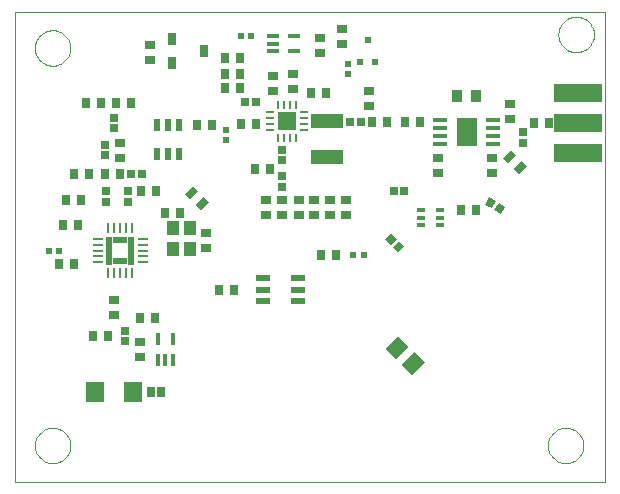
<source format=gtp>
G75*
G70*
%OFA0B0*%
%FSLAX24Y24*%
%IPPOS*%
%LPD*%
%AMOC8*
5,1,8,0,0,1.08239X$1,22.5*
%
%ADD10C,0.0000*%
%ADD11R,0.0098X0.0256*%
%ADD12R,0.0256X0.0098*%
%ADD13R,0.0630X0.0630*%
%ADD14R,0.0250X0.0370*%
%ADD15R,0.0370X0.0250*%
%ADD16R,0.0236X0.0236*%
%ADD17R,0.1063X0.0453*%
%ADD18R,0.0276X0.0256*%
%ADD19R,0.0256X0.0276*%
%ADD20R,0.0236X0.0217*%
%ADD21R,0.0394X0.0157*%
%ADD22R,0.0295X0.0394*%
%ADD23R,0.0500X0.0600*%
%ADD24R,0.1600X0.0600*%
%ADD25R,0.0236X0.0394*%
%ADD26R,0.0295X0.0157*%
%ADD27R,0.0470X0.0180*%
%ADD28R,0.0700X0.0950*%
%ADD29R,0.0110X0.0370*%
%ADD30R,0.0370X0.0110*%
%ADD31R,0.0217X0.0945*%
%ADD32R,0.0512X0.0217*%
%ADD33R,0.0394X0.0472*%
%ADD34R,0.0157X0.0394*%
%ADD35R,0.0600X0.0700*%
%ADD36R,0.0374X0.0394*%
%ADD37R,0.0512X0.0197*%
D10*
X000671Y003960D02*
X020356Y003960D01*
X020356Y019645D01*
X000671Y019645D01*
X000671Y003960D01*
X001343Y005184D02*
X001345Y005232D01*
X001351Y005280D01*
X001361Y005327D01*
X001374Y005373D01*
X001392Y005418D01*
X001412Y005462D01*
X001437Y005504D01*
X001465Y005543D01*
X001495Y005580D01*
X001529Y005614D01*
X001566Y005646D01*
X001604Y005675D01*
X001645Y005700D01*
X001688Y005722D01*
X001733Y005740D01*
X001779Y005754D01*
X001826Y005765D01*
X001874Y005772D01*
X001922Y005775D01*
X001970Y005774D01*
X002018Y005769D01*
X002066Y005760D01*
X002112Y005748D01*
X002157Y005731D01*
X002201Y005711D01*
X002243Y005688D01*
X002283Y005661D01*
X002321Y005631D01*
X002356Y005598D01*
X002388Y005562D01*
X002418Y005524D01*
X002444Y005483D01*
X002466Y005440D01*
X002486Y005396D01*
X002501Y005351D01*
X002513Y005304D01*
X002521Y005256D01*
X002525Y005208D01*
X002525Y005160D01*
X002521Y005112D01*
X002513Y005064D01*
X002501Y005017D01*
X002486Y004972D01*
X002466Y004928D01*
X002444Y004885D01*
X002418Y004844D01*
X002388Y004806D01*
X002356Y004770D01*
X002321Y004737D01*
X002283Y004707D01*
X002243Y004680D01*
X002201Y004657D01*
X002157Y004637D01*
X002112Y004620D01*
X002066Y004608D01*
X002018Y004599D01*
X001970Y004594D01*
X001922Y004593D01*
X001874Y004596D01*
X001826Y004603D01*
X001779Y004614D01*
X001733Y004628D01*
X001688Y004646D01*
X001645Y004668D01*
X001604Y004693D01*
X001566Y004722D01*
X001529Y004754D01*
X001495Y004788D01*
X001465Y004825D01*
X001437Y004864D01*
X001412Y004906D01*
X001392Y004950D01*
X001374Y004995D01*
X001361Y005041D01*
X001351Y005088D01*
X001345Y005136D01*
X001343Y005184D01*
X001343Y018434D02*
X001345Y018482D01*
X001351Y018530D01*
X001361Y018577D01*
X001374Y018623D01*
X001392Y018668D01*
X001412Y018712D01*
X001437Y018754D01*
X001465Y018793D01*
X001495Y018830D01*
X001529Y018864D01*
X001566Y018896D01*
X001604Y018925D01*
X001645Y018950D01*
X001688Y018972D01*
X001733Y018990D01*
X001779Y019004D01*
X001826Y019015D01*
X001874Y019022D01*
X001922Y019025D01*
X001970Y019024D01*
X002018Y019019D01*
X002066Y019010D01*
X002112Y018998D01*
X002157Y018981D01*
X002201Y018961D01*
X002243Y018938D01*
X002283Y018911D01*
X002321Y018881D01*
X002356Y018848D01*
X002388Y018812D01*
X002418Y018774D01*
X002444Y018733D01*
X002466Y018690D01*
X002486Y018646D01*
X002501Y018601D01*
X002513Y018554D01*
X002521Y018506D01*
X002525Y018458D01*
X002525Y018410D01*
X002521Y018362D01*
X002513Y018314D01*
X002501Y018267D01*
X002486Y018222D01*
X002466Y018178D01*
X002444Y018135D01*
X002418Y018094D01*
X002388Y018056D01*
X002356Y018020D01*
X002321Y017987D01*
X002283Y017957D01*
X002243Y017930D01*
X002201Y017907D01*
X002157Y017887D01*
X002112Y017870D01*
X002066Y017858D01*
X002018Y017849D01*
X001970Y017844D01*
X001922Y017843D01*
X001874Y017846D01*
X001826Y017853D01*
X001779Y017864D01*
X001733Y017878D01*
X001688Y017896D01*
X001645Y017918D01*
X001604Y017943D01*
X001566Y017972D01*
X001529Y018004D01*
X001495Y018038D01*
X001465Y018075D01*
X001437Y018114D01*
X001412Y018156D01*
X001392Y018200D01*
X001374Y018245D01*
X001361Y018291D01*
X001351Y018338D01*
X001345Y018386D01*
X001343Y018434D01*
X018443Y005184D02*
X018445Y005232D01*
X018451Y005280D01*
X018461Y005327D01*
X018474Y005373D01*
X018492Y005418D01*
X018512Y005462D01*
X018537Y005504D01*
X018565Y005543D01*
X018595Y005580D01*
X018629Y005614D01*
X018666Y005646D01*
X018704Y005675D01*
X018745Y005700D01*
X018788Y005722D01*
X018833Y005740D01*
X018879Y005754D01*
X018926Y005765D01*
X018974Y005772D01*
X019022Y005775D01*
X019070Y005774D01*
X019118Y005769D01*
X019166Y005760D01*
X019212Y005748D01*
X019257Y005731D01*
X019301Y005711D01*
X019343Y005688D01*
X019383Y005661D01*
X019421Y005631D01*
X019456Y005598D01*
X019488Y005562D01*
X019518Y005524D01*
X019544Y005483D01*
X019566Y005440D01*
X019586Y005396D01*
X019601Y005351D01*
X019613Y005304D01*
X019621Y005256D01*
X019625Y005208D01*
X019625Y005160D01*
X019621Y005112D01*
X019613Y005064D01*
X019601Y005017D01*
X019586Y004972D01*
X019566Y004928D01*
X019544Y004885D01*
X019518Y004844D01*
X019488Y004806D01*
X019456Y004770D01*
X019421Y004737D01*
X019383Y004707D01*
X019343Y004680D01*
X019301Y004657D01*
X019257Y004637D01*
X019212Y004620D01*
X019166Y004608D01*
X019118Y004599D01*
X019070Y004594D01*
X019022Y004593D01*
X018974Y004596D01*
X018926Y004603D01*
X018879Y004614D01*
X018833Y004628D01*
X018788Y004646D01*
X018745Y004668D01*
X018704Y004693D01*
X018666Y004722D01*
X018629Y004754D01*
X018595Y004788D01*
X018565Y004825D01*
X018537Y004864D01*
X018512Y004906D01*
X018492Y004950D01*
X018474Y004995D01*
X018461Y005041D01*
X018451Y005088D01*
X018445Y005136D01*
X018443Y005184D01*
X018793Y018884D02*
X018795Y018932D01*
X018801Y018980D01*
X018811Y019027D01*
X018824Y019073D01*
X018842Y019118D01*
X018862Y019162D01*
X018887Y019204D01*
X018915Y019243D01*
X018945Y019280D01*
X018979Y019314D01*
X019016Y019346D01*
X019054Y019375D01*
X019095Y019400D01*
X019138Y019422D01*
X019183Y019440D01*
X019229Y019454D01*
X019276Y019465D01*
X019324Y019472D01*
X019372Y019475D01*
X019420Y019474D01*
X019468Y019469D01*
X019516Y019460D01*
X019562Y019448D01*
X019607Y019431D01*
X019651Y019411D01*
X019693Y019388D01*
X019733Y019361D01*
X019771Y019331D01*
X019806Y019298D01*
X019838Y019262D01*
X019868Y019224D01*
X019894Y019183D01*
X019916Y019140D01*
X019936Y019096D01*
X019951Y019051D01*
X019963Y019004D01*
X019971Y018956D01*
X019975Y018908D01*
X019975Y018860D01*
X019971Y018812D01*
X019963Y018764D01*
X019951Y018717D01*
X019936Y018672D01*
X019916Y018628D01*
X019894Y018585D01*
X019868Y018544D01*
X019838Y018506D01*
X019806Y018470D01*
X019771Y018437D01*
X019733Y018407D01*
X019693Y018380D01*
X019651Y018357D01*
X019607Y018337D01*
X019562Y018320D01*
X019516Y018308D01*
X019468Y018299D01*
X019420Y018294D01*
X019372Y018293D01*
X019324Y018296D01*
X019276Y018303D01*
X019229Y018314D01*
X019183Y018328D01*
X019138Y018346D01*
X019095Y018368D01*
X019054Y018393D01*
X019016Y018422D01*
X018979Y018454D01*
X018945Y018488D01*
X018915Y018525D01*
X018887Y018564D01*
X018862Y018606D01*
X018842Y018650D01*
X018824Y018695D01*
X018811Y018741D01*
X018801Y018788D01*
X018795Y018836D01*
X018793Y018884D01*
D11*
X010042Y016527D03*
X009845Y016527D03*
X009648Y016527D03*
X009451Y016527D03*
X009451Y015444D03*
X009648Y015444D03*
X009845Y015444D03*
X010042Y015444D03*
D12*
X010298Y015700D03*
X010298Y015897D03*
X010298Y016094D03*
X010298Y016291D03*
X009195Y016291D03*
X009195Y016094D03*
X009195Y015897D03*
X009195Y015700D03*
D13*
X009747Y015996D03*
D14*
X008717Y015891D03*
X008217Y015891D03*
X007234Y015884D03*
X006734Y015884D03*
X007674Y017094D03*
X007674Y017574D03*
X008174Y017574D03*
X008174Y017094D03*
X008174Y018094D03*
X007674Y018094D03*
X010549Y016931D03*
X011049Y016931D03*
X012584Y015984D03*
X013084Y015984D03*
X013684Y015984D03*
X014184Y015984D03*
G36*
X017115Y014591D02*
X016938Y014768D01*
X017199Y015029D01*
X017376Y014852D01*
X017115Y014591D01*
G37*
G36*
X017468Y014238D02*
X017291Y014415D01*
X017552Y014676D01*
X017729Y014499D01*
X017468Y014238D01*
G37*
X016034Y013044D03*
X015534Y013044D03*
X017984Y015934D03*
X018484Y015934D03*
X011384Y011534D03*
X010884Y011534D03*
X007984Y010384D03*
X007484Y010384D03*
X005334Y009434D03*
X004834Y009434D03*
X003784Y008834D03*
X003284Y008834D03*
X005223Y006984D03*
X005554Y006984D03*
X002634Y011234D03*
X002134Y011234D03*
X002284Y012534D03*
X002784Y012534D03*
X002884Y013384D03*
X002384Y013384D03*
X002634Y014234D03*
X003134Y014234D03*
X003684Y014234D03*
X004184Y014234D03*
X004884Y013684D03*
X005384Y013684D03*
X005684Y012934D03*
X006184Y012934D03*
G36*
X006515Y013391D02*
X006338Y013568D01*
X006599Y013829D01*
X006776Y013652D01*
X006515Y013391D01*
G37*
G36*
X006868Y013038D02*
X006691Y013215D01*
X006952Y013476D01*
X007129Y013299D01*
X006868Y013038D01*
G37*
X008684Y014414D03*
X009184Y014414D03*
X004534Y016594D03*
X004034Y016594D03*
X003534Y016594D03*
X003034Y016594D03*
D15*
X004184Y015284D03*
X004184Y014784D03*
X007034Y012284D03*
X007034Y011784D03*
X009034Y012864D03*
X009594Y012864D03*
X009594Y013364D03*
X009034Y013364D03*
X010134Y013364D03*
X010654Y013364D03*
X010654Y012864D03*
X010134Y012864D03*
X011184Y012864D03*
X011714Y012864D03*
X011714Y013364D03*
X011184Y013364D03*
X012484Y016499D03*
X012484Y016999D03*
X011584Y018584D03*
X011584Y019084D03*
X010834Y018784D03*
X010834Y018284D03*
X009949Y017574D03*
X009949Y017074D03*
X009266Y017016D03*
X009266Y017516D03*
X005184Y018034D03*
X005184Y018534D03*
X003984Y010034D03*
X003984Y009534D03*
X004834Y008634D03*
X004834Y008134D03*
X014784Y014284D03*
X014784Y014784D03*
X016584Y014784D03*
X016584Y014284D03*
X017184Y016054D03*
X017184Y016554D03*
D16*
X012311Y011534D03*
X011957Y011534D03*
X007724Y015357D03*
X007724Y015711D03*
X008207Y018834D03*
X008561Y018834D03*
X011784Y017911D03*
X011784Y017557D03*
X002161Y011684D03*
X001807Y011684D03*
D17*
X011094Y014808D03*
X011094Y015989D03*
D18*
X009589Y015046D03*
X009589Y014692D03*
X009594Y014151D03*
X009594Y013797D03*
G36*
X013020Y012052D02*
X013215Y012247D01*
X013396Y012066D01*
X013201Y011871D01*
X013020Y012052D01*
G37*
G36*
X013271Y011801D02*
X013466Y011996D01*
X013647Y011815D01*
X013452Y011620D01*
X013271Y011801D01*
G37*
G36*
X016351Y013217D02*
X016489Y013455D01*
X016709Y013327D01*
X016571Y013089D01*
X016351Y013217D01*
G37*
G36*
X016658Y013040D02*
X016796Y013278D01*
X017016Y013150D01*
X016878Y012912D01*
X016658Y013040D01*
G37*
X017624Y015277D03*
X017624Y015631D03*
X004454Y013661D03*
X004454Y013307D03*
X003724Y013307D03*
X003724Y013661D03*
X003684Y014857D03*
X003684Y015211D03*
X003984Y015757D03*
X003984Y016111D03*
X004334Y009011D03*
X004334Y008657D03*
D19*
X004557Y014234D03*
X004911Y014234D03*
X008347Y016644D03*
X008701Y016644D03*
X011857Y015984D03*
X012211Y015984D03*
X013307Y013684D03*
X013661Y013684D03*
D20*
X012690Y017970D03*
X012178Y017970D03*
X012434Y018698D03*
D21*
X009979Y018840D03*
X009979Y018328D03*
X009290Y018328D03*
X009290Y018584D03*
X009290Y018840D03*
D22*
X006966Y018334D03*
X005923Y018727D03*
X005923Y017940D03*
D23*
G36*
X013384Y008061D02*
X013031Y008414D01*
X013454Y008837D01*
X013807Y008484D01*
X013384Y008061D01*
G37*
G36*
X013914Y007531D02*
X013561Y007884D01*
X013984Y008307D01*
X014337Y007954D01*
X013914Y007531D01*
G37*
D24*
X019434Y014944D03*
X019434Y015944D03*
X019434Y016944D03*
D25*
X006158Y015876D03*
X005784Y015876D03*
X005410Y015876D03*
X005410Y014892D03*
X005784Y014892D03*
X006158Y014892D03*
D26*
X014209Y013040D03*
X014209Y012784D03*
X014209Y012528D03*
X014859Y012528D03*
X014859Y012784D03*
X014859Y013040D03*
D27*
X014848Y015250D03*
X014848Y015506D03*
X014848Y015762D03*
X014848Y016018D03*
X016620Y016018D03*
X016620Y015762D03*
X016620Y015506D03*
X016620Y015250D03*
D28*
X015734Y015634D03*
D29*
X004577Y012432D03*
X004381Y012432D03*
X004184Y012432D03*
X003987Y012432D03*
X003790Y012432D03*
X003790Y010936D03*
X003987Y010936D03*
X004184Y010936D03*
X004381Y010936D03*
X004577Y010936D03*
D30*
X004932Y011290D03*
X004932Y011487D03*
X004932Y011684D03*
X004932Y011881D03*
X004932Y012077D03*
X003436Y012077D03*
X003436Y011881D03*
X003436Y011684D03*
X003436Y011487D03*
X003436Y011290D03*
D31*
X003820Y011684D03*
X004548Y011684D03*
D32*
X004184Y012048D03*
X004184Y011320D03*
D33*
X005958Y011749D03*
X006509Y011749D03*
X006509Y012418D03*
X005958Y012418D03*
D34*
X005946Y008726D03*
X005434Y008726D03*
X005434Y008037D03*
X005690Y008037D03*
X005946Y008037D03*
D35*
X004609Y006984D03*
X003359Y006984D03*
D36*
X015419Y016834D03*
X016049Y016834D03*
D37*
X010124Y010758D03*
X010124Y010384D03*
X010124Y010010D03*
X008943Y010010D03*
X008943Y010384D03*
X008943Y010758D03*
M02*

</source>
